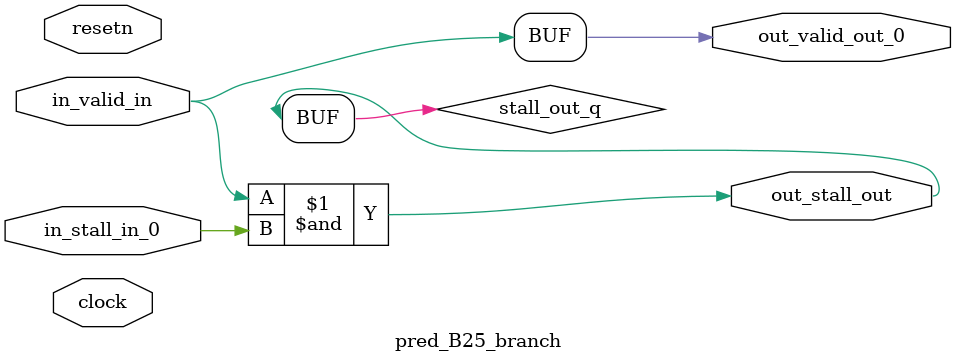
<source format=sv>



(* altera_attribute = "-name AUTO_SHIFT_REGISTER_RECOGNITION OFF; -name MESSAGE_DISABLE 10036; -name MESSAGE_DISABLE 10037; -name MESSAGE_DISABLE 14130; -name MESSAGE_DISABLE 14320; -name MESSAGE_DISABLE 15400; -name MESSAGE_DISABLE 14130; -name MESSAGE_DISABLE 10036; -name MESSAGE_DISABLE 12020; -name MESSAGE_DISABLE 12030; -name MESSAGE_DISABLE 12010; -name MESSAGE_DISABLE 12110; -name MESSAGE_DISABLE 14320; -name MESSAGE_DISABLE 13410; -name MESSAGE_DISABLE 113007; -name MESSAGE_DISABLE 10958" *)
module pred_B25_branch (
    input wire [0:0] in_stall_in_0,
    input wire [0:0] in_valid_in,
    output wire [0:0] out_stall_out,
    output wire [0:0] out_valid_out_0,
    input wire clock,
    input wire resetn
    );

    wire [0:0] stall_out_q;


    // stall_out(LOGICAL,6)
    assign stall_out_q = in_valid_in & in_stall_in_0;

    // out_stall_out(GPOUT,4)
    assign out_stall_out = stall_out_q;

    // out_valid_out_0(GPOUT,5)
    assign out_valid_out_0 = in_valid_in;

endmodule

</source>
